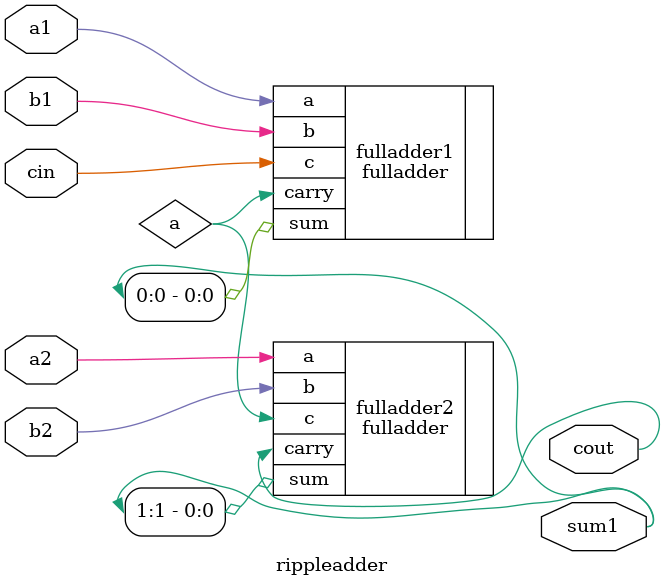
<source format=v>
module rippleadder
(
 output   [1:0]sum1,
 output wire cout,
 input   a1,b1,a2,b2,cin
);

wire a;

fulladder fulladder1
(
    .a(a1),
    .b(b1),
    .c(cin),
    .sum(sum1[0]),
    .carry(a)
);

fulladder fulladder2
(
    .a(a2),
    .b(b2),
    .c(a),
    .sum(sum1[1]),
    .carry(cout)  
);
endmodule
</source>
